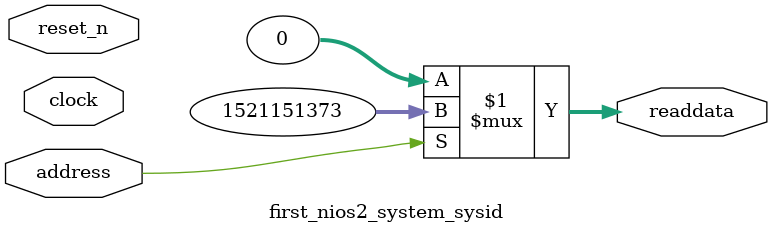
<source format=v>

`timescale 1ns / 1ps
// synthesis translate_on

// turn off superfluous verilog processor warnings 
// altera message_level Level1 
// altera message_off 10034 10035 10036 10037 10230 10240 10030 

module first_nios2_system_sysid (
               // inputs:
                address,
                clock,
                reset_n,

               // outputs:
                readdata
             )
;

  output  [ 31: 0] readdata;
  input            address;
  input            clock;
  input            reset_n;

  wire    [ 31: 0] readdata;
  //control_slave, which is an e_avalon_slave
  assign readdata = address ? 1521151373 : 0;

endmodule




</source>
